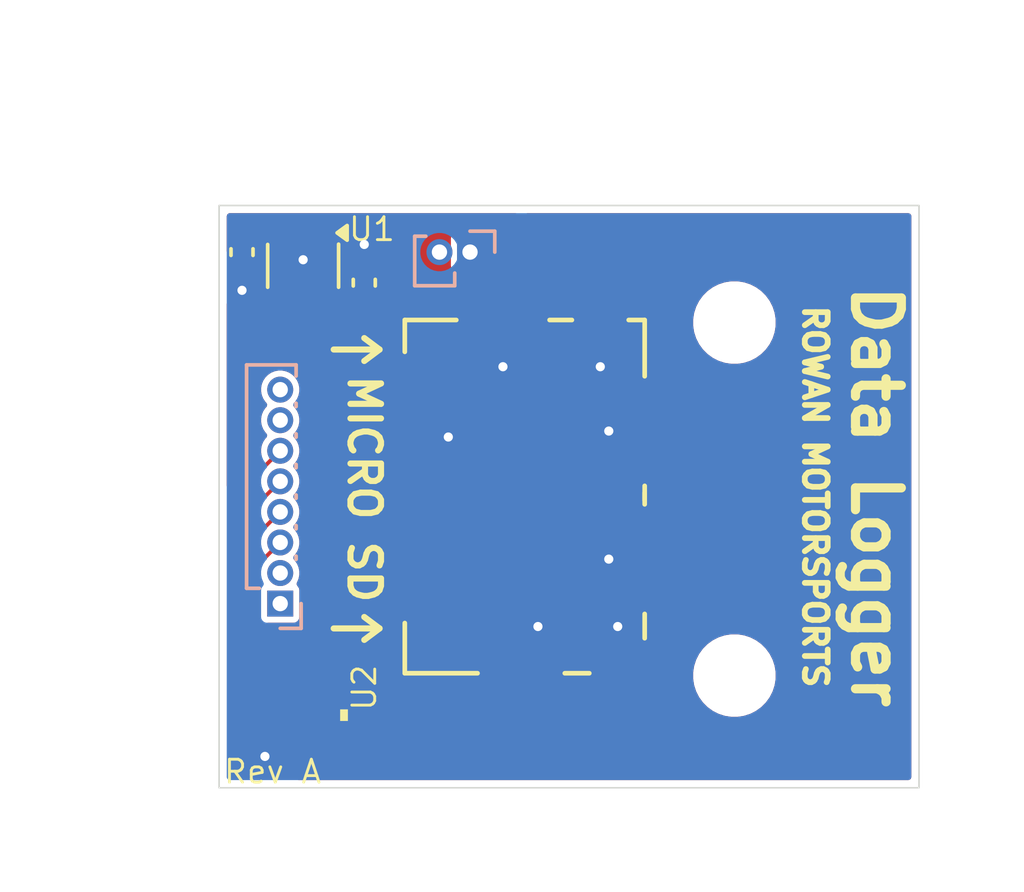
<source format=kicad_pcb>
(kicad_pcb (version 20241229) (generator "pcbnew") (generator_version "9.0")
  (layers (0 "F.Cu" signal) (2 "B.Cu" signal) (13 "F.Paste" user) (15 "B.Paste" user) (5 "F.SilkS" user "F.Silkscreen") (7 "B.SilkS" user "B.Silkscreen") (1 "F.Mask" user) (3 "B.Mask" user) (25 "Edge.Cuts" user))
  (net 0 "")
  (net 1 "+5V")
  (net 2 "GND")
  (net 3 "+3V3")
  (net 5 "/MCU_DO")
  (net 8 "/~{MCU_CS}")
  (net 9 "/MCU_CLK")
  (net 10 "/MCU_DI")
  (net 12 "/SD_DI")
  (net 13 "/SD_CLK")
  (net 14 "/~{SD_CS}")
  (net 15 "/SD_DO")
  (footprint "MountingHole:MountingHole_2.2mm_M2" (layer "F.Cu") (at 120.61 87.105)
    (property "Reference" "REF**" (hide yes))
    (property "Value" "MountingHole_2.2mm_M2")
    (pad "" np_thru_hole circle (at 0 0) (size 2.2 2.2) (drill 2.2) (layers "*.Cu" "*.Mask"))
  )
  (footprint "Capacitor_SMD:C_0402_1005Metric" (layer "F.Cu") (at 104.5 73.25 -90)
    (property "Reference" "C1" (hide yes))
    (property "Value" "1u")
    (fp_line (start -0.107836 0.36) (end 0.107836 0.36) (stroke (width 0.12)) (layer "F.SilkS"))
    (fp_line (start -0.107836 -0.36) (end 0.107836 -0.36) (stroke (width 0.12)) (layer "F.SilkS"))
    (pad "1" smd roundrect (at -0.48 0 270) (size 0.56 0.62) (layers "F.Cu" "F.Mask" "F.Paste") (net 1 "+5V"))
    (pad "2" smd roundrect (at 0.48 0 270) (size 0.56 0.62) (layers "F.Cu" "F.Mask" "F.Paste") (net 2 "GND"))
  )
  (footprint "FXMAR2104UMX:ULTRATHIN_MLP_12L_ONS" (layer "F.Cu") (at 106.25 88.2 -90)
    (property "Reference" "U2" (at -0.7 -2.25 90) (layer "F.SilkS") (effects (font (size 0.75 0.75) (thickness 0.09375))))
    (property "Value" "FXMAR2104UMX")
    (fp_poly (pts (xy 0.0095 -1.4605) (xy 0.0095 -1.7145) (xy 0.3905 -1.7145) (xy 0.3905 -1.4605)) (fill yes) (layer "F.SilkS"))
    (pad "1" smd rect (at -0.8255 -0.2) (size 0.2032 0.762) (layers "F.Cu" "F.Mask" "F.Paste") (net 3 "+3V3"))
    (pad "2" smd rect (at -0.8255 0.2) (size 0.2032 0.762) (layers "F.Cu" "F.Mask" "F.Paste") (net 1 "+5V"))
    (pad "3" smd rect (at -0.599999 0.8255 270) (size 0.2032 0.762) (layers "F.Cu" "F.Mask" "F.Paste") (net 5 "/MCU_DO"))
    (pad "4" smd rect (at -0.2 0.8255 270) (size 0.2032 0.762) (layers "F.Cu" "F.Mask" "F.Paste") (net 9 "/MCU_CLK"))
    (pad "5" smd rect (at 0.2 0.8255 270) (size 0.2032 0.762) (layers "F.Cu" "F.Mask" "F.Paste") (net 10 "/MCU_DI"))
    (pad "6" smd rect (at 0.599999 0.8255 270) (size 0.2032 0.762) (layers "F.Cu" "F.Mask" "F.Paste") (net 8 "/~{MCU_CS}"))
    (pad "7" smd rect (at 0.8255 0.2) (size 0.2032 0.762) (layers "F.Cu" "F.Mask" "F.Paste") (net 2 "GND"))
    (pad "8" smd rect (at 0.8255 -0.2) (size 0.2032 0.762) (layers "F.Cu" "F.Mask" "F.Paste") (net 1 "+5V"))
    (pad "9" smd rect (at 0.599999 -0.8255 270) (size 0.2032 0.762) (layers "F.Cu" "F.Mask" "F.Paste") (net 14 "/~{SD_CS}"))
    (pad "10" smd rect (at 0.2 -0.8255 270) (size 0.2032 0.762) (layers "F.Cu" "F.Mask" "F.Paste") (net 12 "/SD_DI"))
    (pad "11" smd rect (at -0.2 -0.8255 270) (size 0.2032 0.762) (layers "F.Cu" "F.Mask" "F.Paste") (net 13 "/SD_CLK"))
    (pad "12" smd rect (at -0.599999 -0.8255 270) (size 0.2032 0.762) (layers "F.Cu" "F.Mask" "F.Paste") (net 15 "/SD_DO"))
  )
  (footprint "Capacitor_SMD:C_0402_1005Metric" (layer "F.Cu") (at 108.5 74.25 90)
    (property "Reference" "C2" (hide yes))
    (property "Value" "1u")
    (fp_line (start -0.107836 -0.36) (end 0.107836 -0.36) (stroke (width 0.12)) (layer "F.SilkS"))
    (fp_line (start -0.107836 0.36) (end 0.107836 0.36) (stroke (width 0.12)) (layer "F.SilkS"))
    (pad "1" smd roundrect (at -0.48 0 90) (size 0.56 0.62) (layers "F.Cu" "F.Mask" "F.Paste") (net 3 "+3V3"))
    (pad "2" smd roundrect (at 0.48 0 90) (size 0.56 0.62) (layers "F.Cu" "F.Mask" "F.Paste") (net 2 "GND"))
  )
  (footprint "Package_TO_SOT_SMD:SOT-353_SC-70-5" (layer "F.Cu") (at 106.5 73.7 -90)
    (property "Reference" "U1" (at -1.2 -2.25 180) (layer "F.SilkS") (effects (font (size 0.75 0.75) (thickness 0.09375))))
    (property "Value" "MIC5365-3.3YC5-TR")
    (fp_line (start -0.7 1.16) (end 0.7 1.16) (stroke (width 0.12)) (layer "F.SilkS"))
    (fp_line (start -0.71 -1.16) (end 0.7 -1.16) (stroke (width 0.12)) (layer "F.SilkS"))
    (fp_poly (pts (xy -1.08 -1.11) (xy -1.32 -1.44) (xy -0.84 -1.44) (xy -1.08 -1.11)) (stroke (width 0.12)) (fill yes) (layer "F.SilkS"))
    (pad "1" smd roundrect (at -0.95 -0.65 270) (size 0.65 0.4) (layers "F.Cu" "F.Mask" "F.Paste") (net 1 "+5V"))
    (pad "2" smd roundrect (at -0.95 0 270) (size 0.65 0.4) (layers "F.Cu" "F.Mask" "F.Paste") (net 2 "GND"))
    (pad "3" smd roundrect (at -0.95 0.65 270) (size 0.65 0.4) (layers "F.Cu" "F.Mask" "F.Paste") (net 1 "+5V"))
    (pad "4" smd roundrect (at 0.95 0.65 270) (size 0.65 0.4) (layers "F.Cu" "F.Mask" "F.Paste"))
    (pad "5" smd roundrect (at 0.95 -0.65 270) (size 0.65 0.4) (layers "F.Cu" "F.Mask" "F.Paste") (net 3 "+3V3"))
  )
  (footprint "MountingHole:MountingHole_2.2mm_M2" (layer "F.Cu") (at 120.61 75.555)
    (property "Reference" "REF**" (hide yes))
    (property "Value" "MountingHole_2.2mm_M2")
    (pad "" np_thru_hole circle (at 0 0) (size 2.2 2.2) (drill 2.2) (layers "*.Cu" "*.Mask"))
  )
  (footprint "1051620001:105162-0001_MOL" (layer "F.Cu") (at 113.75 81.25 -90)
    (property "Reference" "J3" (hide yes))
    (property "Value" "1051620001")
    (fp_line (start -5.7785 3.9243) (end -4.736739 3.9243) (stroke (width 0.1524)) (layer "F.SilkS"))
    (fp_line (start 4.136741 3.9243) (end 5.7785 3.9243) (stroke (width 0.1524)) (layer "F.SilkS"))
    (fp_line (start 5.7785 3.9243) (end 5.7785 1.5444) (stroke (width 0.1524)) (layer "F.SilkS"))
    (fp_line (start -5.7785 2.239241) (end -5.7785 3.9243) (stroke (width 0.1524)) (layer "F.SilkS"))
    (fp_line (start 5.7785 -1.31114) (end 5.7785 -2.11266) (stroke (width 0.1524)) (layer "F.SilkS"))
    (fp_line (start -5.7785 -1.542659) (end -5.7785 -0.813839) (stroke (width 0.1524)) (layer "F.SilkS"))
    (fp_line (start -5.7785 -3.9243) (end -5.7785 -3.401939) (stroke (width 0.1524)) (layer "F.SilkS"))
    (fp_line (start -3.93824 -3.9243) (end -5.7785 -3.9243) (stroke (width 0.1524)) (layer "F.SilkS"))
    (fp_line (start 0.127 -3.9243) (end -0.127 -3.9243) (stroke (width 0.1524)) (layer "F.SilkS"))
    (fp_line (start 0.25176 -3.9243) (end -0.35176 -3.9243) (stroke (width 0.1524)) (layer "F.SilkS"))
    (fp_line (start 4.632737 -3.9243) (end 3.83824 -3.9243) (stroke (width 0.1524)) (layer "F.SilkS"))
    (pad "1" smd rect (at 3.550001 3.517699 270) (size 0.508 0.9906) (layers "F.Cu" "F.Mask" "F.Paste"))
    (pad "2" smd rect (at 2.45 3.517699 270) (size 0.508 0.9906) (layers "F.Cu" "F.Mask" "F.Paste") (net 14 "/~{SD_CS}"))
    (pad "3" smd rect (at 1.35 3.517699 270) (size 0.508 0.9906) (layers "F.Cu" "F.Mask" "F.Paste") (net 12 "/SD_DI"))
    (pad "4" smd rect (at 0.25 3.517699 270) (size 0.508 0.9906) (layers "F.Cu" "F.Mask" "F.Paste") (net 3 "+3V3"))
    (pad "5" smd rect (at -0.850001 3.517699 270) (size 0.508 0.9906) (layers "F.Cu" "F.Mask" "F.Paste") (net 13 "/SD_CLK"))
    (pad "6" smd rect (at -1.950001 3.517699 270) (size 0.508 0.9906) (layers "F.Cu" "F.Mask" "F.Paste") (net 2 "GND"))
    (pad "7" smd rect (at -3.050002 3.517699 270) (size 0.508 0.9906) (layers "F.Cu" "F.Mask" "F.Paste") (net 15 "/SD_DO"))
    (pad "8" smd rect (at -4.149999 3.517699 270) (size 0.508 0.9906) (layers "F.Cu" "F.Mask" "F.Paste"))
    (pad "9" smd rect (at -5.325001 0.712701 270) (size 1.0414 2.3876) (layers "F.Cu" "F.Mask" "F.Paste") (net 2 "GND"))
    (pad "9" smd rect (at -5.324965 -2.472299 270) (size 1.0414 1.1938) (layers "F.Cu" "F.Mask" "F.Paste") (net 2 "GND"))
    (pad "9" smd rect (at -2.145 -3.7173 270) (size 2.921 0.5588) (layers "F.Cu" "F.Mask" "F.Paste") (net 2 "GND"))
    (pad "9" smd rect (at 2.045 -3.7173 270) (size 2.921 0.5588) (layers "F.Cu" "F.Mask" "F.Paste") (net 2 "GND"))
    (pad "9" smd rect (at 5.31 0.8377 270) (size 0.7112 0.7874) (layers "F.Cu" "F.Mask" "F.Paste") (net 2 "GND"))
    (pad "9" smd rect (at 5.325001 -3.0423 270) (size 1.0414 1.1938) (layers "F.Cu" "F.Mask" "F.Paste") (net 2 "GND"))
    (pad "9" smd rect (at 5.325001 -0.4323 270) (size 1.0414 1.0922) (layers "F.Cu" "F.Mask" "F.Paste") (net 2 "GND"))
  )
  (footprint "Connector_PinSocket_1.00mm:PinSocket_1x02_P1.00mm_Vertical" (layer "B.Cu") (at 111.96 73.25 90)
    (property "Reference" "J2" (hide yes))
    (property "Value" "Conn_01x02")
    (fp_line (start -1.1 -1.81) (end 0.52 -1.81) (stroke (width 0.12)) (layer "B.SilkS"))
    (fp_line (start 0.52 -1.445898) (end 0.52 -1.81) (stroke (width 0.12)) (layer "B.SilkS"))
    (fp_line (start -1.1 -0.5) (end -1.1 -1.81) (stroke (width 0.12)) (layer "B.SilkS"))
    (fp_line (start -1.1 -0.5) (end -0.685 -0.5) (stroke (width 0.12)) (layer "B.SilkS"))
    (fp_line (start 0.685 0.81) (end 0.685 0) (stroke (width 0.12)) (layer "B.SilkS"))
    (fp_line (start 0 0.81) (end 0.685 0.81) (stroke (width 0.12)) (layer "B.SilkS"))
    (pad "1" thru_hole rect (at 0 0 90) (size 0.85 0.85) (drill 0.5) (layers "*.Cu" "*.Mask") (net 2 "GND"))
    (pad "2" thru_hole circle (at 0 -1 90) (size 0.85 0.85) (drill 0.5) (layers "*.Cu" "*.Mask") (net 1 "+5V"))
  )
  (footprint "Connector_PinSocket_1.00mm:PinSocket_1x08_P1.00mm_Vertical" (layer "B.Cu") (at 105.75 84.75)
    (property "Reference" "J1" (hide yes))
    (property "Value" "Conn_01x08")
    (fp_line (start -1.1 -7.81) (end 0.52 -7.81) (stroke (width 0.12)) (layer "B.SilkS"))
    (fp_line (start -1.1 -0.5) (end -1.1 -7.81) (stroke (width 0.12)) (layer "B.SilkS"))
    (fp_line (start -1.1 -0.5) (end -0.685 -0.5) (stroke (width 0.12)) (layer "B.SilkS"))
    (fp_line (start 0 0.81) (end 0.685 0.81) (stroke (width 0.12)) (layer "B.SilkS"))
    (fp_line (start 0.52 -7.445898) (end 0.52 -7.81) (stroke (width 0.12)) (layer "B.SilkS"))
    (fp_line (start 0.52 -6.445898) (end 0.52 -6.554102) (stroke (width 0.12)) (layer "B.SilkS"))
    (fp_line (start 0.52 -5.445898) (end 0.52 -5.554102) (stroke (width 0.12)) (layer "B.SilkS"))
    (fp_line (start 0.52 -4.445898) (end 0.52 -4.554102) (stroke (width 0.12)) (layer "B.SilkS"))
    (fp_line (start 0.52 -3.445898) (end 0.52 -3.554102) (stroke (width 0.12)) (layer "B.SilkS"))
    (fp_line (start 0.52 -2.445898) (end 0.52 -2.554102) (stroke (width 0.12)) (layer "B.SilkS"))
    (fp_line (start 0.52 -1.445898) (end 0.52 -1.554102) (stroke (width 0.12)) (layer "B.SilkS"))
    (fp_line (start 0.685 0.81) (end 0.685 0) (stroke (width 0.12)) (layer "B.SilkS"))
    (pad "1" thru_hole rect (at 0 0) (size 0.85 0.85) (drill 0.5) (layers "*.Cu" "*.Mask"))
    (pad "2" thru_hole circle (at 0 -1) (size 0.85 0.85) (drill 0.5) (layers "*.Cu" "*.Mask"))
    (pad "3" thru_hole circle (at 0 -2) (size 0.85 0.85) (drill 0.5) (layers "*.Cu" "*.Mask") (net 5 "/MCU_DO"))
    (pad "4" thru_hole circle (at 0 -3) (size 0.85 0.85) (drill 0.5) (layers "*.Cu" "*.Mask") (net 9 "/MCU_CLK"))
    (pad "5" thru_hole circle (at 0 -4) (size 0.85 0.85) (drill 0.5) (layers "*.Cu" "*.Mask") (net 10 "/MCU_DI"))
    (pad "6" thru_hole circle (at 0 -5) (size 0.85 0.85) (drill 0.5) (layers "*.Cu" "*.Mask") (net 8 "/~{MCU_CS}"))
    (pad "7" thru_hole circle (at 0 -6) (size 0.85 0.85) (drill 0.5) (layers "*.Cu" "*.Mask"))
    (pad "8" thru_hole circle (at 0 -7) (size 0.85 0.85) (drill 0.5) (layers "*.Cu" "*.Mask"))
  )
  (gr_line (start 109 85.5625) (end 108.5 85.1875) (stroke (width 0.2)) (layer "F.SilkS"))
  (gr_line (start 107.5 85.5625) (end 109 85.5625) (stroke (width 0.2)) (layer "F.SilkS"))
  (gr_line (start 109 76.4375) (end 108.5 76.0625) (stroke (width 0.2)) (layer "F.SilkS"))
  (gr_line (start 109 85.5625) (end 108.5 85.9375) (stroke (width 0.2)) (layer "F.SilkS"))
  (gr_line (start 109 76.4375) (end 108.5 76.8125) (stroke (width 0.2)) (layer "F.SilkS"))
  (gr_line (start 107.5 76.4375) (end 109 76.4375) (stroke (width 0.2)) (layer "F.SilkS"))
  (gr_rect (start 103.75 71.725) (end 126.65 90.775) (stroke (width 0.05)) (fill no) (layer "Edge.Cuts"))
  (gr_text "MICRO SD" (at 108.5 81 270) (layer "F.SilkS") (effects (font (size 1 1) (thickness 0.2) (bold yes))))
  (gr_text "Rev A" (at 105.5 90.25 0) (layer "F.SilkS") (effects (font (size 0.75 0.75) (thickness 0.09375))))
  (gr_text "ROWAN MOTORSPORTS" (at 123.25 81.25 270) (layer "F.SilkS") (effects (font (size 0.75 0.75) (thickness 0.1875) (bold yes))))
  (gr_text "Data Logger" (at 125.25 81.25 270) (layer "F.SilkS") (effects (font (size 1.5 1.5) (thickness 0.3) (bold yes))))
  (segment (start 106.45 88.45) (end 106.45 89.0255) (width 0.2) (layer "F.Cu") (net 1))
  (segment (start 106.05 87.3745) (end 106.05 88.05) (width 0.2) (layer "F.Cu") (net 1))
  (segment (start 106.05 88.05) (end 106.45 88.45) (width 0.2) (layer "F.Cu") (net 1))
  (segment (start 105.3255 89.6745) (end 105.870401 89.129599) (width 0.2) (layer "F.Cu") (net 2))
  (segment (start 116.222299 77) (end 116.222299 75.925035) (width 0.127) (layer "F.Cu") (net 2))
  (segment (start 114.167299 86.56) (end 114.1823 86.575001) (width 0.127) (layer "F.Cu") (net 2))
  (segment (start 116.5 83.295) (end 117.4673 83.295) (width 0.127) (layer "F.Cu") (net 2))
  (segment (start 111.25 79.299999) (end 110.232301 79.299999) (width 0.25) (layer "F.Cu") (net 2))
  (segment (start 106.0335 89.129599) (end 106.0335 89.0255) (width 0.2) (layer "F.Cu") (net 2))
  (segment (start 112.9123 86.56) (end 114.167299 86.56) (width 0.127) (layer "F.Cu") (net 2))
  (segment (start 106.5 72.75) (end 106.5 73.5) (width 0.2) (layer "F.Cu") (net 2))
  (segment (start 108.5 73) (end 108.5 73.77) (width 0.2) (layer "F.Cu") (net 2))
  (segment (start 105.25 89.75) (end 105.3255 89.75) (width 0.127) (layer "F.Cu") (net 2))
  (segment (start 114.1823 85.5) (end 114.1823 86.575001) (width 0.127) (layer "F.Cu") (net 2))
  (segment (start 105.3255 89.75) (end 105.3255 89.6745) (width 0.2) (layer "F.Cu") (net 2))
  (segment (start 113.037299 77) (end 113.037299 75.924999) (width 0.127) (layer "F.Cu") (net 2))
  (segment (start 116.5 79.105) (end 117.4673 79.105) (width 0.127) (layer "F.Cu") (net 2))
  (segment (start 106.0335 89.0255) (end 106.05 89.0255) (width 0.2) (layer "F.Cu") (net 2))
  (segment (start 104.5 74.5) (end 104.5 73.73) (width 0.2) (layer "F.Cu") (net 2))
  (segment (start 116.7923 85.5) (end 116.7923 86.575001) (width 0.127) (layer "F.Cu") (net 2))
  (segment (start 105.870401 89.129599) (end 106.0335 89.129599) (width 0.2) (layer "F.Cu") (net 2))
  (via (at 105.25 89.75) (size 0.6) (drill 0.3) (layers "F.Cu" "B.Cu") (net 2))
  (via (at 106.5 73.5) (size 0.6) (drill 0.3) (layers "F.Cu" "B.Cu") (net 2))
  (via (at 113.037299 77) (size 0.6) (drill 0.3) (layers "F.Cu" "B.Cu") (net 2))
  (via (at 116.5 79.105) (size 0.6) (drill 0.3) (layers "F.Cu" "B.Cu") (net 2))
  (via (at 114.1823 85.5) (size 0.6) (drill 0.3) (layers "F.Cu" "B.Cu") (net 2))
  (via (at 116.7923 85.5) (size 0.6) (drill 0.3) (layers "F.Cu" "B.Cu") (net 2))
  (via (at 111.25 79.299999) (size 0.6) (drill 0.3) (layers "F.Cu" "B.Cu") (net 2))
  (via (at 116.222299 77) (size 0.6) (drill 0.3) (layers "F.Cu" "B.Cu") (net 2))
  (via (at 116.5 83.295) (size 0.6) (drill 0.3) (layers "F.Cu" "B.Cu") (net 2))
  (via (at 108.5 73) (size 0.6) (drill 0.3) (layers "F.Cu" "B.Cu") (net 2))
  (via (at 104.5 74.5) (size 0.6) (drill 0.3) (layers "F.Cu" "B.Cu") (net 2))
  (segment (start 105.4245 87.600001) (end 105 87.175501) (width 0.127) (layer "F.Cu") (net 5))
  (segment (start 105 87.175501) (end 105 83.5) (width 0.127) (layer "F.Cu") (net 5))
  (segment (start 105 83.5) (end 105.75 82.75) (width 0.127) (layer "F.Cu") (net 5))
  (segment (start 104.235001 87.25) (end 104.235001 81.264999) (width 0.127) (layer "F.Cu") (net 8))
  (segment (start 104.235001 81.264999) (end 105.75 79.75) (width 0.127) (layer "F.Cu") (net 8))
  (segment (start 105.4245 88.799999) (end 104.955875 88.799999) (width 0.127) (layer "F.Cu") (net 8))
  (segment (start 104.235 88.079124) (end 104.235001 87.25) (width 0.127) (layer "F.Cu") (net 8))
  (segment (start 104.955875 88.799999) (end 104.235 88.079124) (width 0.127) (layer "F.Cu") (net 8))
  (segment (start 104.958899 88) (end 104.745 87.786101) (width 0.127) (layer "F.Cu") (net 9))
  (segment (start 105.4245 88) (end 104.958899 88) (width 0.127) (layer "F.Cu") (net 9))
  (segment (start 104.745 87.786101) (end 104.745001 82.754999) (width 0.127) (layer "F.Cu") (net 9))
  (segment (start 104.745001 82.754999) (end 105.75 81.75) (width 0.127) (layer "F.Cu") (net 9))
  (segment (start 104.49 87.9735) (end 104.490002 82.009998) (width 0.127) (layer "F.Cu") (net 10))
  (segment (start 104.490002 82.009998) (end 105.75 80.75) (width 0.127) (layer "F.Cu") (net 10))
  (segment (start 105.4245 88.4) (end 104.9165 88.4) (width 0.127) (layer "F.Cu") (net 10))
  (segment (start 104.9165 88.4) (end 104.49 87.9735) (width 0.127) (layer "F.Cu") (net 10))
  (segment (start 107.5835 88.4) (end 108.759999 87.223501) (width 0.127) (layer "F.Cu") (net 12))
  (segment (start 107.0755 88.4) (end 107.5835 88.4) (width 0.127) (layer "F.Cu") (net 12))
  (segment (start 108.759999 84.072302) (end 110.232301 82.6) (width 0.127) (layer "F.Cu") (net 12))
  (segment (start 108.759999 87.223501) (end 108.759999 84.072302) (width 0.127) (layer "F.Cu") (net 12))
  (segment (start 109.991001 80.399999) (end 108.505 81.886) (width 0.127) (layer "F.Cu") (net 13))
  (segment (start 108.504999 87.105625) (end 107.610624 88) (width 0.127) (layer "F.Cu") (net 13))
  (segment (start 107.610624 88) (end 107.0755 88) (width 0.127) (layer "F.Cu") (net 13))
  (segment (start 108.505 81.886) (end 108.504999 87.105625) (width 0.127) (layer "F.Cu") (net 13))
  (segment (start 110.232301 80.399999) (end 109.991001 80.399999) (width 0.127) (layer "F.Cu") (net 13))
  (segment (start 107.5835 88.799999) (end 107.0755 88.799999) (width 0.127) (layer "F.Cu") (net 14))
  (segment (start 109.991001 83.7) (end 109.014999 84.676002) (width 0.127) (layer "F.Cu") (net 14))
  (segment (start 109.014999 84.676002) (end 109.014998 87.368501) (width 0.127) (layer "F.Cu") (net 14))
  (segment (start 109.014998 87.368501) (end 107.5835 88.799999) (width 0.127) (layer "F.Cu") (net 14))
  (segment (start 110.232301 83.7) (end 109.991001 83.7) (width 0.127) (layer "F.Cu") (net 14))
  (segment (start 107.0755 87.600001) (end 107.649999 87.600001) (width 0.127) (layer "F.Cu") (net 15))
  (segment (start 108.25 87) (end 108.25 80.182299) (width 0.127) (layer "F.Cu") (net 15))
  (segment (start 107.649999 87.600001) (end 108.25 87) (width 0.127) (layer "F.Cu") (net 15))
  (segment (start 108.25 80.182299) (end 110.232301 78.199998) (width 0.127) (layer "F.Cu") (net 15))
  (zone (net 1) (net_name "+5V") (layer "F.Cu") (connect_pads yes (clearance 0.2)) (min_thickness 0.2) (fill yes (thermal_gap 0.5) (thermal_bridge_width 0.5))
    (polygon (pts (xy 113.75 74.75) (xy 109.5 74.75) (xy 109.5 73.7) (xy 106.5 73.7) (xy 106.5 76) (xy 107.5 76) (xy 107.5 86.25) (xy 106.25 86.25) (xy 106.25 91.25) (xy 103.25 91.25) (xy 103.25 71.25) (xy 113.75 71.25)))
  )
  (zone (net 3) (net_name "+3V3") (layer "F.Cu") (priority 1) (connect_pads yes (clearance 0.2)) (min_thickness 0.2) (fill yes (thermal_gap 0.5) (thermal_bridge_width 0.5))
    (polygon (pts (xy 106.25 91.25) (xy 127.25 91.25) (xy 127.25 71.25) (xy 113.75 71.25) (xy 113.75 74.75) (xy 109.5 74.75) (xy 109.5 73.7) (xy 106.5 73.7) (xy 106.5 76) (xy 107.5 76) (xy 107.5 86.25) (xy 106.25 86.25)))
  )
  (zone (net 2) (net_name "GND") (layer "B.Cu") (priority 2) (connect_pads yes (clearance 0.2)) (min_thickness 0.2) (fill yes (thermal_gap 0.5) (thermal_bridge_width 0.5))
    (polygon (pts (xy 103 71) (xy 127.5 71) (xy 127.5 91.5) (xy 103 91.5)))
  )
)
</source>
